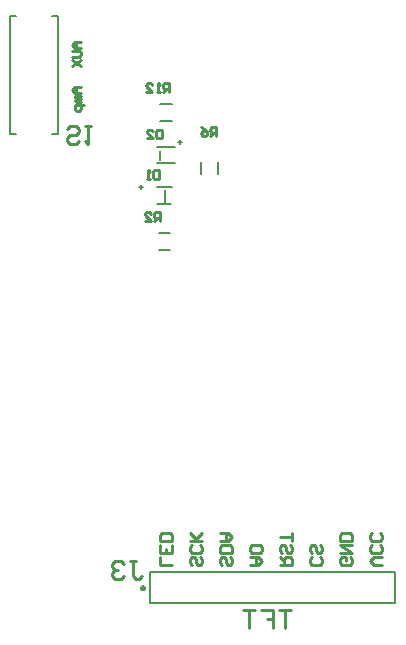
<source format=gbo>
%FSTAX23Y23*%
%MOIN*%
%SFA1B1*%

%IPPOS*%
%ADD11C,0.007870*%
%ADD12C,0.009840*%
%ADD13C,0.005000*%
%ADD14C,0.010000*%
%LNpcb1-1*%
%LPD*%
G54D11*
X03955Y02687D02*
X03994D01*
X03955Y02742D02*
X03994D01*
X03925Y01508D02*
Y01611D01*
X04744*
Y01508D02*
Y01611D01*
X03925Y01508D02*
X04744D01*
X0396Y03172D02*
X03999D01*
X0396Y03117D02*
X03999D01*
X04097Y0294D02*
Y02979D01*
X04152Y0294D02*
Y02979D01*
G54D12*
X03906Y0156D02*
D01*
X03906Y0156*
X03906Y0156*
X03906Y01561*
X03906Y01561*
X03906Y01561*
X03906Y01562*
X03905Y01562*
X03905Y01562*
X03905Y01562*
X03905Y01563*
X03905Y01563*
X03904Y01563*
X03904Y01563*
X03904Y01564*
X03904Y01564*
X03903Y01564*
X03903Y01564*
X03903Y01564*
X03902Y01564*
X03902Y01564*
X03902Y01564*
X03901Y01564*
X03901*
X03901Y01564*
X039Y01564*
X039Y01564*
X039Y01564*
X03899Y01564*
X03899Y01564*
X03899Y01564*
X03898Y01564*
X03898Y01563*
X03898Y01563*
X03898Y01563*
X03897Y01563*
X03897Y01562*
X03897Y01562*
X03897Y01562*
X03897Y01562*
X03896Y01561*
X03896Y01561*
X03896Y01561*
X03896Y0156*
X03896Y0156*
X03896Y0156*
X03896Y01559*
X03896Y01559*
X03896Y01558*
X03896Y01558*
X03896Y01558*
X03897Y01557*
X03897Y01557*
X03897Y01557*
X03897Y01557*
X03897Y01556*
X03898Y01556*
X03898Y01556*
X03898Y01556*
X03898Y01555*
X03899Y01555*
X03899Y01555*
X03899Y01555*
X039Y01555*
X039Y01555*
X039Y01555*
X03901Y01555*
X03901Y01555*
X03901*
X03902Y01555*
X03902Y01555*
X03902Y01555*
X03903Y01555*
X03903Y01555*
X03903Y01555*
X03904Y01555*
X03904Y01555*
X03904Y01556*
X03904Y01556*
X03905Y01556*
X03905Y01556*
X03905Y01557*
X03905Y01557*
X03905Y01557*
X03906Y01557*
X03906Y01558*
X03906Y01558*
X03906Y01558*
X03906Y01559*
X03906Y01559*
X03906Y0156*
G54D13*
X03618Y03073D02*
Y03466D01*
X03461Y03348D02*
Y03466D01*
Y0327D02*
Y03348D01*
Y03191D02*
Y0327D01*
Y03073D02*
Y03191D01*
X03599Y03073D02*
X03618D01*
X03461D02*
X03481D01*
X03599Y03466D02*
X03618D01*
X03461D02*
X03481D01*
X03976Y02845D02*
Y02884D01*
X0395Y0284D02*
X03995D01*
X0395Y02895D02*
X04D01*
X0395Y02975D02*
X0401D01*
X0395Y0303D02*
X0401D01*
X03961Y02985D02*
Y03014D01*
X0389Y02896D02*
X03903D01*
X03896Y02903D02*
Y0289D01*
X0402Y03046D02*
X04033D01*
X04026Y03053D02*
Y0304D01*
G54D14*
X03959Y02783D02*
Y02812D01*
X03944*
X03939Y02807*
Y02798*
X03944Y02793*
X03959*
X03949D02*
X03939Y02783D01*
X03909D02*
X03929D01*
X03909Y02802*
Y02807*
X03914Y02812*
X03924*
X03929Y02807*
X0369Y0305D02*
X0368Y0304D01*
X0366*
X0365Y0305*
Y0306*
X0366Y0307*
X0368*
X0369Y0308*
Y03089*
X0368Y03099*
X0366*
X0365Y03089*
X03709Y03099D02*
X03729D01*
X03719*
Y0304*
X03709Y0305*
X04395Y01484D02*
X04355D01*
X04375*
Y01425*
X04295Y01484D02*
X04335D01*
Y01454*
X04315*
X04335*
Y01425*
X04275Y01484D02*
X04235D01*
X04255*
Y01425*
X04699Y01635D02*
X04673D01*
X0466Y01648*
X04673Y01661*
X04699*
X04693Y01701D02*
X04699Y01694D01*
Y01681*
X04693Y01674*
X04666*
X0466Y01681*
Y01694*
X04666Y01701*
X04693Y01741D02*
X04699Y01734D01*
Y01721*
X04693Y01714*
X04666*
X0466Y01721*
Y01734*
X04666Y01741*
X04593Y01661D02*
X04599Y01654D01*
Y01641*
X04593Y01635*
X04566*
X0456Y01641*
Y01654*
X04566Y01661*
X04579*
Y01648*
X0456Y01674D02*
X04599D01*
X0456Y01701*
X04599*
Y01714D02*
X0456D01*
Y01734*
X04566Y01741*
X04593*
X04599Y01734*
Y01714*
X04493Y01661D02*
X04499Y01654D01*
Y01641*
X04493Y01635*
X04466*
X0446Y01641*
Y01654*
X04466Y01661*
X04493Y01701D02*
X04499Y01694D01*
Y01681*
X04493Y01674*
X04486*
X04479Y01681*
Y01694*
X04473Y01701*
X04466*
X0446Y01694*
Y01681*
X04466Y01674*
X0436Y01635D02*
X04399D01*
Y01654*
X04393Y01661*
X04379*
X04373Y01654*
Y01635*
Y01648D02*
X0436Y01661D01*
X04393Y01701D02*
X04399Y01694D01*
Y01681*
X04393Y01674*
X04386*
X04379Y01681*
Y01694*
X04373Y01701*
X04366*
X0436Y01694*
Y01681*
X04366Y01674*
X04399Y01714D02*
Y01741D01*
Y01728*
X0436*
X0426Y01635D02*
X04286D01*
X04299Y01648*
X04286Y01661*
X0426*
X04279*
Y01635*
X04293Y01674D02*
X04299Y01681D01*
Y01694*
X04293Y01701*
X04266*
X0426Y01694*
Y01681*
X04266Y01674*
X04293*
X04193Y01661D02*
X04199Y01654D01*
Y01641*
X04193Y01635*
X04186*
X04179Y01641*
Y01654*
X04173Y01661*
X04166*
X0416Y01654*
Y01641*
X04166Y01635*
X04199Y01674D02*
X0416D01*
Y01694*
X04166Y01701*
X04193*
X04199Y01694*
Y01674*
X0416Y01714D02*
X04186D01*
X04199Y01728*
X04186Y01741*
X0416*
X04179*
Y01714*
X04093Y01661D02*
X04099Y01654D01*
Y01641*
X04093Y01635*
X04086*
X04079Y01641*
Y01654*
X04073Y01661*
X04066*
X0406Y01654*
Y01641*
X04066Y01635*
X04093Y01701D02*
X04099Y01694D01*
Y01681*
X04093Y01674*
X04066*
X0406Y01681*
Y01694*
X04066Y01701*
X04099Y01714D02*
X0406D01*
X04073*
X04099Y01741*
X04079Y01721*
X0406Y01741*
X03999Y01635D02*
X0396D01*
Y01661*
X03999Y01701D02*
Y01674D01*
X0396*
Y01701*
X03979Y01674D02*
Y01688D01*
X03999Y01714D02*
X0396D01*
Y01734*
X03966Y01741*
X03993*
X03999Y01734*
Y01714*
X0386Y01649D02*
X03879D01*
X03869*
Y016*
X03879Y0159*
X03889*
X03899Y016*
X0384Y01639D02*
X0383Y01649D01*
X0381*
X038Y01639*
Y0163*
X0381Y0162*
X0382*
X0381*
X038Y0161*
Y016*
X0381Y0159*
X0383*
X0384Y016*
X03695Y0338D02*
X03675D01*
X03665Y0337*
X03675Y0336*
X03695*
X0368*
Y0338*
X03665Y0335D02*
X0369D01*
X03695Y03345*
Y03335*
X0369Y0333*
X03665*
Y0332D02*
X03695Y033D01*
X03665D02*
X03695Y0332D01*
Y0323D02*
X03675D01*
X03665Y0322*
X03675Y0321*
X03695*
X0368*
Y0323*
X03695Y032D02*
X03675D01*
Y03195*
X0368Y0319*
X03695*
X0368*
X03675Y03185*
X0368Y0318*
X03695*
X03705Y0317D02*
X03675D01*
Y03155*
X0368Y0315*
X0369*
X03695Y03155*
Y0317*
X03955Y02952D02*
Y02923D01*
X0394*
X03935Y02928*
Y02947*
X0394Y02952*
X03955*
X03925Y02923D02*
X03915D01*
X0392*
Y02952*
X03925Y02947*
X03989Y03213D02*
Y03242D01*
X03974*
X03969Y03237*
Y03227*
X03974Y03223*
X03989*
X03979D02*
X03969Y03213D01*
X03959D02*
X03949D01*
X03954*
Y03242*
X03959Y03237*
X03914Y03213D02*
X03934D01*
X03914Y03232*
Y03237*
X03919Y03242*
X03929*
X03934Y03237*
X04147Y03066D02*
Y03095D01*
X04132*
X04127Y0309*
Y03081*
X04132Y03076*
X04147*
X04137D02*
X04127Y03066D01*
X04097Y03095D02*
X04107Y0309D01*
X04117Y03081*
Y03071*
X04112Y03066*
X04102*
X04097Y03071*
Y03076*
X04102Y03081*
X04117*
X03965Y03087D02*
Y03058D01*
X0395*
X03945Y03063*
Y03082*
X0395Y03087*
X03965*
X03915Y03058D02*
X03935D01*
X03915Y03077*
Y03082*
X0392Y03087*
X0393*
X03935Y03082*
M02*
</source>
